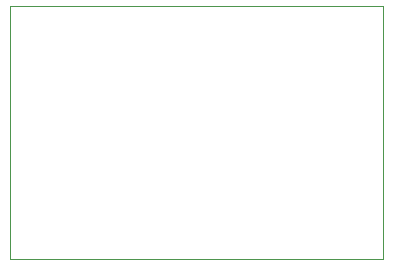
<source format=gbr>
%TF.GenerationSoftware,KiCad,Pcbnew,6.0.5-a6ca702e91~116~ubuntu20.04.1*%
%TF.CreationDate,2022-05-10T07:15:39-05:00*%
%TF.ProjectId,Ra-01_433Mhz_v001,52612d30-315f-4343-9333-4d687a5f7630,rev?*%
%TF.SameCoordinates,Original*%
%TF.FileFunction,Profile,NP*%
%FSLAX46Y46*%
G04 Gerber Fmt 4.6, Leading zero omitted, Abs format (unit mm)*
G04 Created by KiCad (PCBNEW 6.0.5-a6ca702e91~116~ubuntu20.04.1) date 2022-05-10 07:15:39*
%MOMM*%
%LPD*%
G01*
G04 APERTURE LIST*
%TA.AperFunction,Profile*%
%ADD10C,0.100000*%
%TD*%
G04 APERTURE END LIST*
D10*
X138060000Y-76200000D02*
X169680000Y-76200000D01*
X169680000Y-76200000D02*
X169680000Y-97600000D01*
X169680000Y-97600000D02*
X138060000Y-97600000D01*
X138060000Y-97600000D02*
X138060000Y-76200000D01*
M02*

</source>
